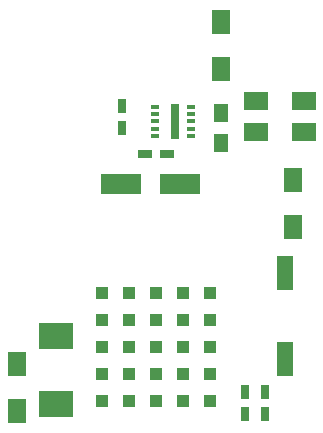
<source format=gtp>
G04 #@! TF.GenerationSoftware,KiCad,Pcbnew,5.1.10*
G04 #@! TF.CreationDate,2021-07-11T12:57:33+02:00*
G04 #@! TF.ProjectId,a500_pwr,61353030-5f70-4777-922e-6b696361645f,rev?*
G04 #@! TF.SameCoordinates,Original*
G04 #@! TF.FileFunction,Paste,Top*
G04 #@! TF.FilePolarity,Positive*
%FSLAX46Y46*%
G04 Gerber Fmt 4.6, Leading zero omitted, Abs format (unit mm)*
G04 Created by KiCad (PCBNEW 5.1.10) date 2021-07-11 12:57:33*
%MOMM*%
%LPD*%
G01*
G04 APERTURE LIST*
%ADD10C,0.100000*%
%ADD11R,1.470000X3.000000*%
%ADD12R,1.600000X2.000000*%
%ADD13R,1.060000X1.060000*%
%ADD14R,0.750000X1.200000*%
%ADD15R,3.000000X2.200000*%
%ADD16R,0.750000X0.400000*%
%ADD17R,0.800000X2.999999*%
%ADD18R,1.200000X0.750000*%
%ADD19R,3.500000X1.800000*%
%ADD20R,2.000000X1.600000*%
%ADD21R,1.250000X1.500000*%
G04 APERTURE END LIST*
D10*
G36*
X71975200Y-125997500D02*
G01*
X71975200Y-126732500D01*
X71974300Y-126742100D01*
X71971500Y-126751300D01*
X71966900Y-126759700D01*
X71960800Y-126767100D01*
X71953400Y-126773200D01*
X71945000Y-126777800D01*
X71935800Y-126780600D01*
X71926200Y-126781500D01*
X71324200Y-126781500D01*
X71314600Y-126780600D01*
X71305400Y-126777800D01*
X71297000Y-126773200D01*
X71289600Y-126767100D01*
X71283500Y-126759700D01*
X71278900Y-126751300D01*
X71276100Y-126742100D01*
X71275200Y-126732500D01*
X71275200Y-125997500D01*
X71276100Y-125987900D01*
X71278900Y-125978700D01*
X71283500Y-125970300D01*
X71289600Y-125962900D01*
X71297000Y-125956800D01*
X71305400Y-125952200D01*
X71314600Y-125949400D01*
X71324200Y-125948500D01*
X71926200Y-125948500D01*
X71935800Y-125949400D01*
X71945000Y-125952200D01*
X71953400Y-125956800D01*
X71960800Y-125962900D01*
X71966900Y-125970300D01*
X71971500Y-125978700D01*
X71974300Y-125987900D01*
X71975200Y-125997500D01*
G37*
G36*
X71975200Y-124967500D02*
G01*
X71975200Y-125702500D01*
X71974300Y-125712100D01*
X71971500Y-125721300D01*
X71966900Y-125729700D01*
X71960800Y-125737100D01*
X71953400Y-125743200D01*
X71945000Y-125747800D01*
X71935800Y-125750600D01*
X71926200Y-125751500D01*
X71324200Y-125751500D01*
X71314600Y-125750600D01*
X71305400Y-125747800D01*
X71297000Y-125743200D01*
X71289600Y-125737100D01*
X71283500Y-125729700D01*
X71278900Y-125721300D01*
X71276100Y-125712100D01*
X71275200Y-125702500D01*
X71275200Y-124967500D01*
X71276100Y-124957900D01*
X71278900Y-124948700D01*
X71283500Y-124940300D01*
X71289600Y-124932900D01*
X71297000Y-124926800D01*
X71305400Y-124922200D01*
X71314600Y-124919400D01*
X71324200Y-124918500D01*
X71926200Y-124918500D01*
X71935800Y-124919400D01*
X71945000Y-124922200D01*
X71953400Y-124926800D01*
X71960800Y-124932900D01*
X71966900Y-124940300D01*
X71971500Y-124948700D01*
X71974300Y-124957900D01*
X71975200Y-124967500D01*
G37*
G36*
X71975200Y-127027500D02*
G01*
X71975200Y-127762500D01*
X71974300Y-127772100D01*
X71971500Y-127781300D01*
X71966900Y-127789700D01*
X71960800Y-127797100D01*
X71953400Y-127803200D01*
X71945000Y-127807800D01*
X71935800Y-127810600D01*
X71926200Y-127811500D01*
X71324200Y-127811500D01*
X71314600Y-127810600D01*
X71305400Y-127807800D01*
X71297000Y-127803200D01*
X71289600Y-127797100D01*
X71283500Y-127789700D01*
X71278900Y-127781300D01*
X71276100Y-127772100D01*
X71275200Y-127762500D01*
X71275200Y-127027500D01*
X71276100Y-127017900D01*
X71278900Y-127008700D01*
X71283500Y-127000300D01*
X71289600Y-126992900D01*
X71297000Y-126986800D01*
X71305400Y-126982200D01*
X71314600Y-126979400D01*
X71324200Y-126978500D01*
X71926200Y-126978500D01*
X71935800Y-126979400D01*
X71945000Y-126982200D01*
X71953400Y-126986800D01*
X71960800Y-126992900D01*
X71966900Y-127000300D01*
X71971500Y-127008700D01*
X71974300Y-127017900D01*
X71975200Y-127027500D01*
G37*
D11*
X80951400Y-146500400D03*
X80951400Y-139200400D03*
D12*
X58267600Y-146869400D03*
X58267600Y-150869400D03*
X81610200Y-131324600D03*
X81610200Y-135324600D03*
D13*
X74637800Y-150052000D03*
X74637800Y-147762000D03*
X74637800Y-145472000D03*
X74637800Y-143182000D03*
X74637800Y-140892000D03*
X72347800Y-150052000D03*
X72347800Y-147762000D03*
X72347800Y-145472000D03*
X72347800Y-143182000D03*
X72347800Y-140892000D03*
X70057800Y-150052000D03*
X70057800Y-147762000D03*
X70057800Y-145472000D03*
X70057800Y-143182000D03*
X70057800Y-140892000D03*
X67767800Y-150052000D03*
X67767800Y-147762000D03*
X67767800Y-145472000D03*
X67767800Y-143182000D03*
X67767800Y-140892000D03*
X65477800Y-150052000D03*
X65477800Y-147762000D03*
X65477800Y-145472000D03*
X65477800Y-143182000D03*
X65477800Y-140892000D03*
D14*
X77520800Y-151140200D03*
X77520800Y-149240200D03*
X79222600Y-149240200D03*
X79222600Y-151140200D03*
D15*
X61569600Y-150321600D03*
X61569600Y-144521600D03*
D16*
X72975200Y-127565000D03*
X72975200Y-126965000D03*
X72975200Y-126365000D03*
X72975200Y-125765000D03*
X72975200Y-125165000D03*
X69925200Y-125165000D03*
X69925200Y-125765000D03*
X69925200Y-126365000D03*
X69925200Y-126965000D03*
X69925200Y-127565000D03*
D17*
X71625200Y-126365000D03*
D18*
X70952400Y-129108200D03*
X69052400Y-129108200D03*
D14*
X67106800Y-126959400D03*
X67106800Y-125059400D03*
D19*
X72019800Y-131673600D03*
X67019800Y-131673600D03*
D20*
X78518000Y-127254000D03*
X82518000Y-127254000D03*
X78518000Y-124637800D03*
X82518000Y-124637800D03*
D21*
X75565000Y-128173800D03*
X75565000Y-125673800D03*
D12*
X75565000Y-117913400D03*
X75565000Y-121913400D03*
M02*

</source>
